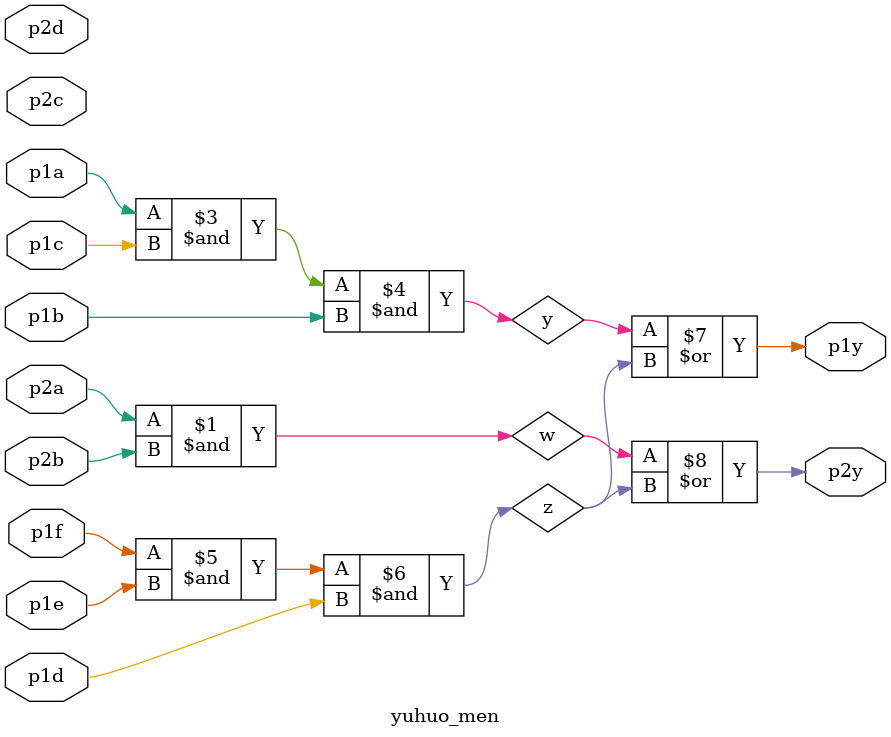
<source format=v>
`timescale 1ns / 1ps


module yuhuo_men(
input p1a,p1b,p1c,p1d,p1e,p1f,
output p1y,
input p2a,p2b,p2c,p2d,
output p2y );

wire w;
wire x;
wire y;
wire z;

assign w=p2a&p2b;
assign x=p2c&p2d;
assign y=p1a&p1c&p1b;
assign z=p1f&p1e&p1d;
assign p1y=y|z;
assign p2y=w|z;

endmodule

</source>
